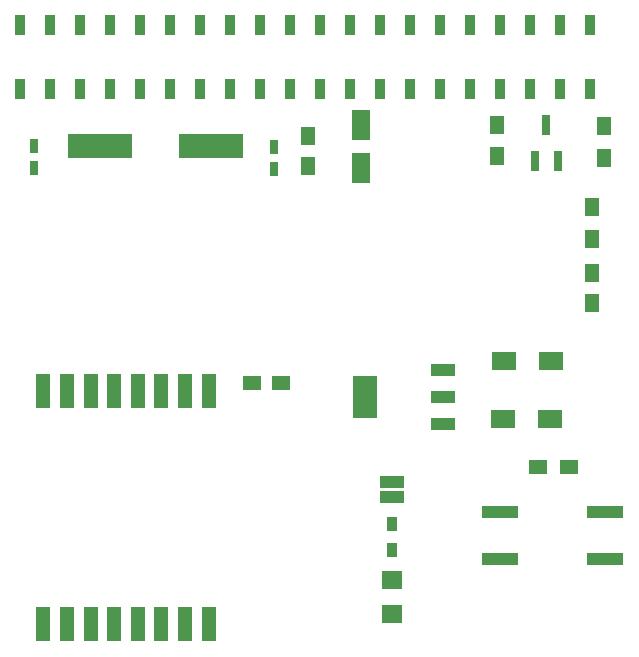
<source format=gbr>
G04 #@! TF.FileFunction,Paste,Top*
%FSLAX46Y46*%
G04 Gerber Fmt 4.6, Leading zero omitted, Abs format (unit mm)*
G04 Created by KiCad (PCBNEW 4.0.2-4+6225~38~ubuntu14.04.1-stable) date Fri 06 May 2016 01:00:32 BST*
%MOMM*%
G01*
G04 APERTURE LIST*
%ADD10C,0.100000*%
%ADD11R,3.100000X1.000000*%
%ADD12R,2.000000X1.000000*%
%ADD13R,0.889000X1.676400*%
%ADD14R,1.600200X2.600960*%
%ADD15R,1.250000X1.500000*%
%ADD16R,2.000000X1.600000*%
%ADD17R,1.500000X1.250000*%
%ADD18R,0.750000X1.200000*%
%ADD19R,1.800860X1.597660*%
%ADD20R,2.032000X3.657600*%
%ADD21R,2.032000X1.016000*%
%ADD22R,1.200000X3.000000*%
%ADD23R,0.800100X1.800860*%
%ADD24R,1.300000X1.500000*%
%ADD25R,0.900000X1.200000*%
%ADD26R,1.500000X1.300000*%
%ADD27R,5.499100X1.998980*%
G04 APERTURE END LIST*
D10*
D11*
X134100000Y-90950000D03*
X125200000Y-90950000D03*
X125200000Y-86950000D03*
X134100000Y-86950000D03*
D12*
X116000000Y-85700000D03*
X116000000Y-84430000D03*
D13*
X125210000Y-45732200D03*
X127750000Y-45732200D03*
X132830000Y-45732200D03*
X130290000Y-45732200D03*
X104890000Y-45732200D03*
X107430000Y-45732200D03*
X112510000Y-45732200D03*
X109970000Y-45732200D03*
X120130000Y-45732200D03*
X122670000Y-45732200D03*
X117590000Y-45732200D03*
X115050000Y-45732200D03*
X94730000Y-45732200D03*
X97270000Y-45732200D03*
X102350000Y-45732200D03*
X99810000Y-45732200D03*
X89650000Y-45732200D03*
X92190000Y-45732200D03*
X87110000Y-45732200D03*
X84570000Y-45732200D03*
X132830000Y-51167800D03*
X130290000Y-51167800D03*
X125210000Y-51167800D03*
X127750000Y-51167800D03*
X117590000Y-51167800D03*
X115050000Y-51167800D03*
X120130000Y-51167800D03*
X122670000Y-51167800D03*
X112510000Y-51167800D03*
X109970000Y-51167800D03*
X104890000Y-51167800D03*
X107430000Y-51167800D03*
X87110000Y-51167800D03*
X84570000Y-51167800D03*
X89650000Y-51167800D03*
X92190000Y-51167800D03*
X102350000Y-51167800D03*
X99810000Y-51167800D03*
X94730000Y-51167800D03*
X97270000Y-51167800D03*
D14*
X113400000Y-57800860D03*
X113400000Y-54199140D03*
D15*
X108900000Y-57650000D03*
X108900000Y-55150000D03*
D16*
X125400000Y-79050000D03*
X129400000Y-79050000D03*
X125500000Y-74200000D03*
X129500000Y-74200000D03*
D15*
X133000000Y-69250000D03*
X133000000Y-66750000D03*
D17*
X104150000Y-76000000D03*
X106650000Y-76000000D03*
D18*
X106000000Y-57950000D03*
X106000000Y-56050000D03*
X85700000Y-57850000D03*
X85700000Y-55950000D03*
D19*
X116000000Y-92730140D03*
X116000000Y-95569860D03*
D20*
X113748000Y-77250000D03*
D21*
X120352000Y-77250000D03*
X120352000Y-74964000D03*
X120352000Y-79536000D03*
D22*
X86500000Y-96400000D03*
X88500000Y-96400000D03*
X90500000Y-96400000D03*
X92500000Y-96400000D03*
X94500000Y-96400000D03*
X96500000Y-96400000D03*
X98500000Y-96400000D03*
X100500000Y-96400000D03*
X100500000Y-76700000D03*
X98500000Y-76700000D03*
X96500000Y-76700000D03*
X94500000Y-76700000D03*
X92500000Y-76700000D03*
X90500000Y-76700000D03*
X88500000Y-76700000D03*
X86500000Y-76700000D03*
D23*
X128150000Y-57201140D03*
X130050000Y-57201140D03*
X129100000Y-54198860D03*
D24*
X124900000Y-56850000D03*
X124900000Y-54150000D03*
X134000000Y-56950000D03*
X134000000Y-54250000D03*
D25*
X116000000Y-87950000D03*
X116000000Y-90150000D03*
D26*
X131050000Y-83150000D03*
X128350000Y-83150000D03*
D24*
X133000000Y-63850000D03*
X133000000Y-61150000D03*
D27*
X91301000Y-56000000D03*
X100699000Y-56000000D03*
M02*

</source>
